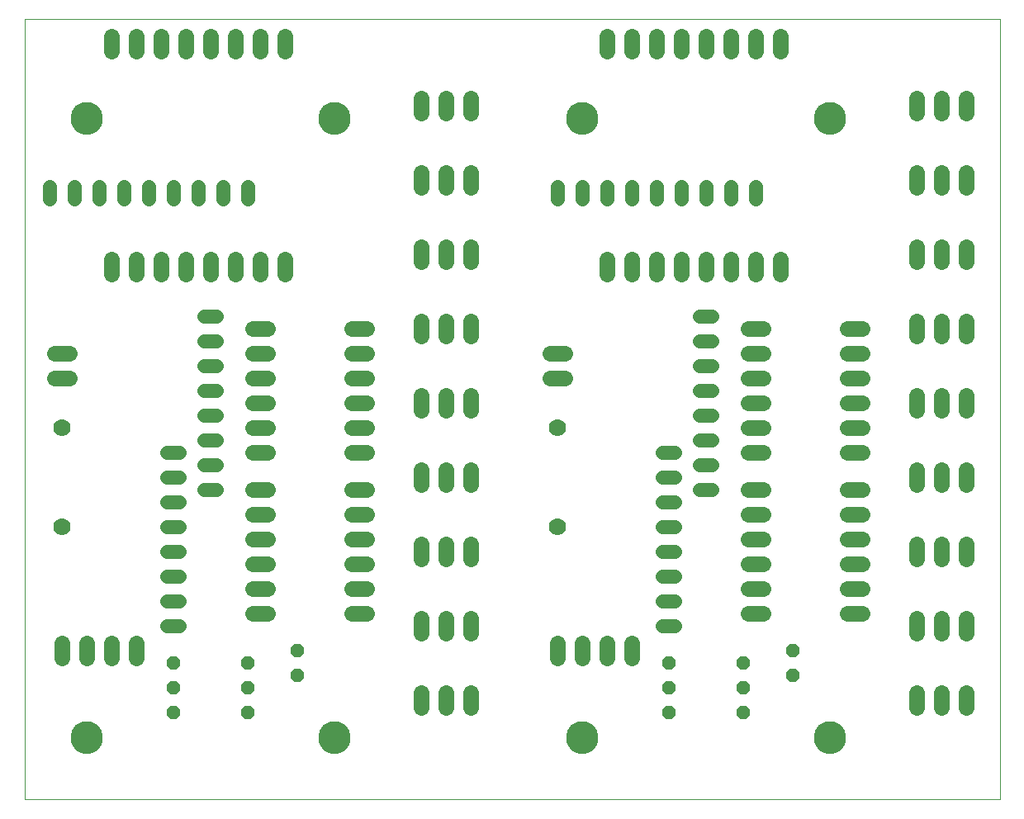
<source format=gts>
G75*
%MOIN*%
%OFA0B0*%
%FSLAX25Y25*%
%IPPOS*%
%LPD*%
%AMOC8*
5,1,8,0,0,1.08239X$1,22.5*
%
%ADD10C,0.00000*%
%ADD11C,0.07000*%
%ADD12C,0.06400*%
%ADD13OC8,0.05600*%
%ADD14C,0.05600*%
%ADD15C,0.12998*%
D10*
X0001000Y0003000D02*
X0001000Y0317961D01*
X0394701Y0317961D01*
X0394701Y0003000D01*
X0001000Y0003000D01*
X0019701Y0028000D02*
X0019703Y0028158D01*
X0019709Y0028316D01*
X0019719Y0028474D01*
X0019733Y0028632D01*
X0019751Y0028789D01*
X0019772Y0028946D01*
X0019798Y0029102D01*
X0019828Y0029258D01*
X0019861Y0029413D01*
X0019899Y0029566D01*
X0019940Y0029719D01*
X0019985Y0029871D01*
X0020034Y0030022D01*
X0020087Y0030171D01*
X0020143Y0030319D01*
X0020203Y0030465D01*
X0020267Y0030610D01*
X0020335Y0030753D01*
X0020406Y0030895D01*
X0020480Y0031035D01*
X0020558Y0031172D01*
X0020640Y0031308D01*
X0020724Y0031442D01*
X0020813Y0031573D01*
X0020904Y0031702D01*
X0020999Y0031829D01*
X0021096Y0031954D01*
X0021197Y0032076D01*
X0021301Y0032195D01*
X0021408Y0032312D01*
X0021518Y0032426D01*
X0021631Y0032537D01*
X0021746Y0032646D01*
X0021864Y0032751D01*
X0021985Y0032853D01*
X0022108Y0032953D01*
X0022234Y0033049D01*
X0022362Y0033142D01*
X0022492Y0033232D01*
X0022625Y0033318D01*
X0022760Y0033402D01*
X0022896Y0033481D01*
X0023035Y0033558D01*
X0023176Y0033630D01*
X0023318Y0033700D01*
X0023462Y0033765D01*
X0023608Y0033827D01*
X0023755Y0033885D01*
X0023904Y0033940D01*
X0024054Y0033991D01*
X0024205Y0034038D01*
X0024357Y0034081D01*
X0024510Y0034120D01*
X0024665Y0034156D01*
X0024820Y0034187D01*
X0024976Y0034215D01*
X0025132Y0034239D01*
X0025289Y0034259D01*
X0025447Y0034275D01*
X0025604Y0034287D01*
X0025763Y0034295D01*
X0025921Y0034299D01*
X0026079Y0034299D01*
X0026237Y0034295D01*
X0026396Y0034287D01*
X0026553Y0034275D01*
X0026711Y0034259D01*
X0026868Y0034239D01*
X0027024Y0034215D01*
X0027180Y0034187D01*
X0027335Y0034156D01*
X0027490Y0034120D01*
X0027643Y0034081D01*
X0027795Y0034038D01*
X0027946Y0033991D01*
X0028096Y0033940D01*
X0028245Y0033885D01*
X0028392Y0033827D01*
X0028538Y0033765D01*
X0028682Y0033700D01*
X0028824Y0033630D01*
X0028965Y0033558D01*
X0029104Y0033481D01*
X0029240Y0033402D01*
X0029375Y0033318D01*
X0029508Y0033232D01*
X0029638Y0033142D01*
X0029766Y0033049D01*
X0029892Y0032953D01*
X0030015Y0032853D01*
X0030136Y0032751D01*
X0030254Y0032646D01*
X0030369Y0032537D01*
X0030482Y0032426D01*
X0030592Y0032312D01*
X0030699Y0032195D01*
X0030803Y0032076D01*
X0030904Y0031954D01*
X0031001Y0031829D01*
X0031096Y0031702D01*
X0031187Y0031573D01*
X0031276Y0031442D01*
X0031360Y0031308D01*
X0031442Y0031172D01*
X0031520Y0031035D01*
X0031594Y0030895D01*
X0031665Y0030753D01*
X0031733Y0030610D01*
X0031797Y0030465D01*
X0031857Y0030319D01*
X0031913Y0030171D01*
X0031966Y0030022D01*
X0032015Y0029871D01*
X0032060Y0029719D01*
X0032101Y0029566D01*
X0032139Y0029413D01*
X0032172Y0029258D01*
X0032202Y0029102D01*
X0032228Y0028946D01*
X0032249Y0028789D01*
X0032267Y0028632D01*
X0032281Y0028474D01*
X0032291Y0028316D01*
X0032297Y0028158D01*
X0032299Y0028000D01*
X0032297Y0027842D01*
X0032291Y0027684D01*
X0032281Y0027526D01*
X0032267Y0027368D01*
X0032249Y0027211D01*
X0032228Y0027054D01*
X0032202Y0026898D01*
X0032172Y0026742D01*
X0032139Y0026587D01*
X0032101Y0026434D01*
X0032060Y0026281D01*
X0032015Y0026129D01*
X0031966Y0025978D01*
X0031913Y0025829D01*
X0031857Y0025681D01*
X0031797Y0025535D01*
X0031733Y0025390D01*
X0031665Y0025247D01*
X0031594Y0025105D01*
X0031520Y0024965D01*
X0031442Y0024828D01*
X0031360Y0024692D01*
X0031276Y0024558D01*
X0031187Y0024427D01*
X0031096Y0024298D01*
X0031001Y0024171D01*
X0030904Y0024046D01*
X0030803Y0023924D01*
X0030699Y0023805D01*
X0030592Y0023688D01*
X0030482Y0023574D01*
X0030369Y0023463D01*
X0030254Y0023354D01*
X0030136Y0023249D01*
X0030015Y0023147D01*
X0029892Y0023047D01*
X0029766Y0022951D01*
X0029638Y0022858D01*
X0029508Y0022768D01*
X0029375Y0022682D01*
X0029240Y0022598D01*
X0029104Y0022519D01*
X0028965Y0022442D01*
X0028824Y0022370D01*
X0028682Y0022300D01*
X0028538Y0022235D01*
X0028392Y0022173D01*
X0028245Y0022115D01*
X0028096Y0022060D01*
X0027946Y0022009D01*
X0027795Y0021962D01*
X0027643Y0021919D01*
X0027490Y0021880D01*
X0027335Y0021844D01*
X0027180Y0021813D01*
X0027024Y0021785D01*
X0026868Y0021761D01*
X0026711Y0021741D01*
X0026553Y0021725D01*
X0026396Y0021713D01*
X0026237Y0021705D01*
X0026079Y0021701D01*
X0025921Y0021701D01*
X0025763Y0021705D01*
X0025604Y0021713D01*
X0025447Y0021725D01*
X0025289Y0021741D01*
X0025132Y0021761D01*
X0024976Y0021785D01*
X0024820Y0021813D01*
X0024665Y0021844D01*
X0024510Y0021880D01*
X0024357Y0021919D01*
X0024205Y0021962D01*
X0024054Y0022009D01*
X0023904Y0022060D01*
X0023755Y0022115D01*
X0023608Y0022173D01*
X0023462Y0022235D01*
X0023318Y0022300D01*
X0023176Y0022370D01*
X0023035Y0022442D01*
X0022896Y0022519D01*
X0022760Y0022598D01*
X0022625Y0022682D01*
X0022492Y0022768D01*
X0022362Y0022858D01*
X0022234Y0022951D01*
X0022108Y0023047D01*
X0021985Y0023147D01*
X0021864Y0023249D01*
X0021746Y0023354D01*
X0021631Y0023463D01*
X0021518Y0023574D01*
X0021408Y0023688D01*
X0021301Y0023805D01*
X0021197Y0023924D01*
X0021096Y0024046D01*
X0020999Y0024171D01*
X0020904Y0024298D01*
X0020813Y0024427D01*
X0020724Y0024558D01*
X0020640Y0024692D01*
X0020558Y0024828D01*
X0020480Y0024965D01*
X0020406Y0025105D01*
X0020335Y0025247D01*
X0020267Y0025390D01*
X0020203Y0025535D01*
X0020143Y0025681D01*
X0020087Y0025829D01*
X0020034Y0025978D01*
X0019985Y0026129D01*
X0019940Y0026281D01*
X0019899Y0026434D01*
X0019861Y0026587D01*
X0019828Y0026742D01*
X0019798Y0026898D01*
X0019772Y0027054D01*
X0019751Y0027211D01*
X0019733Y0027368D01*
X0019719Y0027526D01*
X0019709Y0027684D01*
X0019703Y0027842D01*
X0019701Y0028000D01*
X0119701Y0028000D02*
X0119703Y0028158D01*
X0119709Y0028316D01*
X0119719Y0028474D01*
X0119733Y0028632D01*
X0119751Y0028789D01*
X0119772Y0028946D01*
X0119798Y0029102D01*
X0119828Y0029258D01*
X0119861Y0029413D01*
X0119899Y0029566D01*
X0119940Y0029719D01*
X0119985Y0029871D01*
X0120034Y0030022D01*
X0120087Y0030171D01*
X0120143Y0030319D01*
X0120203Y0030465D01*
X0120267Y0030610D01*
X0120335Y0030753D01*
X0120406Y0030895D01*
X0120480Y0031035D01*
X0120558Y0031172D01*
X0120640Y0031308D01*
X0120724Y0031442D01*
X0120813Y0031573D01*
X0120904Y0031702D01*
X0120999Y0031829D01*
X0121096Y0031954D01*
X0121197Y0032076D01*
X0121301Y0032195D01*
X0121408Y0032312D01*
X0121518Y0032426D01*
X0121631Y0032537D01*
X0121746Y0032646D01*
X0121864Y0032751D01*
X0121985Y0032853D01*
X0122108Y0032953D01*
X0122234Y0033049D01*
X0122362Y0033142D01*
X0122492Y0033232D01*
X0122625Y0033318D01*
X0122760Y0033402D01*
X0122896Y0033481D01*
X0123035Y0033558D01*
X0123176Y0033630D01*
X0123318Y0033700D01*
X0123462Y0033765D01*
X0123608Y0033827D01*
X0123755Y0033885D01*
X0123904Y0033940D01*
X0124054Y0033991D01*
X0124205Y0034038D01*
X0124357Y0034081D01*
X0124510Y0034120D01*
X0124665Y0034156D01*
X0124820Y0034187D01*
X0124976Y0034215D01*
X0125132Y0034239D01*
X0125289Y0034259D01*
X0125447Y0034275D01*
X0125604Y0034287D01*
X0125763Y0034295D01*
X0125921Y0034299D01*
X0126079Y0034299D01*
X0126237Y0034295D01*
X0126396Y0034287D01*
X0126553Y0034275D01*
X0126711Y0034259D01*
X0126868Y0034239D01*
X0127024Y0034215D01*
X0127180Y0034187D01*
X0127335Y0034156D01*
X0127490Y0034120D01*
X0127643Y0034081D01*
X0127795Y0034038D01*
X0127946Y0033991D01*
X0128096Y0033940D01*
X0128245Y0033885D01*
X0128392Y0033827D01*
X0128538Y0033765D01*
X0128682Y0033700D01*
X0128824Y0033630D01*
X0128965Y0033558D01*
X0129104Y0033481D01*
X0129240Y0033402D01*
X0129375Y0033318D01*
X0129508Y0033232D01*
X0129638Y0033142D01*
X0129766Y0033049D01*
X0129892Y0032953D01*
X0130015Y0032853D01*
X0130136Y0032751D01*
X0130254Y0032646D01*
X0130369Y0032537D01*
X0130482Y0032426D01*
X0130592Y0032312D01*
X0130699Y0032195D01*
X0130803Y0032076D01*
X0130904Y0031954D01*
X0131001Y0031829D01*
X0131096Y0031702D01*
X0131187Y0031573D01*
X0131276Y0031442D01*
X0131360Y0031308D01*
X0131442Y0031172D01*
X0131520Y0031035D01*
X0131594Y0030895D01*
X0131665Y0030753D01*
X0131733Y0030610D01*
X0131797Y0030465D01*
X0131857Y0030319D01*
X0131913Y0030171D01*
X0131966Y0030022D01*
X0132015Y0029871D01*
X0132060Y0029719D01*
X0132101Y0029566D01*
X0132139Y0029413D01*
X0132172Y0029258D01*
X0132202Y0029102D01*
X0132228Y0028946D01*
X0132249Y0028789D01*
X0132267Y0028632D01*
X0132281Y0028474D01*
X0132291Y0028316D01*
X0132297Y0028158D01*
X0132299Y0028000D01*
X0132297Y0027842D01*
X0132291Y0027684D01*
X0132281Y0027526D01*
X0132267Y0027368D01*
X0132249Y0027211D01*
X0132228Y0027054D01*
X0132202Y0026898D01*
X0132172Y0026742D01*
X0132139Y0026587D01*
X0132101Y0026434D01*
X0132060Y0026281D01*
X0132015Y0026129D01*
X0131966Y0025978D01*
X0131913Y0025829D01*
X0131857Y0025681D01*
X0131797Y0025535D01*
X0131733Y0025390D01*
X0131665Y0025247D01*
X0131594Y0025105D01*
X0131520Y0024965D01*
X0131442Y0024828D01*
X0131360Y0024692D01*
X0131276Y0024558D01*
X0131187Y0024427D01*
X0131096Y0024298D01*
X0131001Y0024171D01*
X0130904Y0024046D01*
X0130803Y0023924D01*
X0130699Y0023805D01*
X0130592Y0023688D01*
X0130482Y0023574D01*
X0130369Y0023463D01*
X0130254Y0023354D01*
X0130136Y0023249D01*
X0130015Y0023147D01*
X0129892Y0023047D01*
X0129766Y0022951D01*
X0129638Y0022858D01*
X0129508Y0022768D01*
X0129375Y0022682D01*
X0129240Y0022598D01*
X0129104Y0022519D01*
X0128965Y0022442D01*
X0128824Y0022370D01*
X0128682Y0022300D01*
X0128538Y0022235D01*
X0128392Y0022173D01*
X0128245Y0022115D01*
X0128096Y0022060D01*
X0127946Y0022009D01*
X0127795Y0021962D01*
X0127643Y0021919D01*
X0127490Y0021880D01*
X0127335Y0021844D01*
X0127180Y0021813D01*
X0127024Y0021785D01*
X0126868Y0021761D01*
X0126711Y0021741D01*
X0126553Y0021725D01*
X0126396Y0021713D01*
X0126237Y0021705D01*
X0126079Y0021701D01*
X0125921Y0021701D01*
X0125763Y0021705D01*
X0125604Y0021713D01*
X0125447Y0021725D01*
X0125289Y0021741D01*
X0125132Y0021761D01*
X0124976Y0021785D01*
X0124820Y0021813D01*
X0124665Y0021844D01*
X0124510Y0021880D01*
X0124357Y0021919D01*
X0124205Y0021962D01*
X0124054Y0022009D01*
X0123904Y0022060D01*
X0123755Y0022115D01*
X0123608Y0022173D01*
X0123462Y0022235D01*
X0123318Y0022300D01*
X0123176Y0022370D01*
X0123035Y0022442D01*
X0122896Y0022519D01*
X0122760Y0022598D01*
X0122625Y0022682D01*
X0122492Y0022768D01*
X0122362Y0022858D01*
X0122234Y0022951D01*
X0122108Y0023047D01*
X0121985Y0023147D01*
X0121864Y0023249D01*
X0121746Y0023354D01*
X0121631Y0023463D01*
X0121518Y0023574D01*
X0121408Y0023688D01*
X0121301Y0023805D01*
X0121197Y0023924D01*
X0121096Y0024046D01*
X0120999Y0024171D01*
X0120904Y0024298D01*
X0120813Y0024427D01*
X0120724Y0024558D01*
X0120640Y0024692D01*
X0120558Y0024828D01*
X0120480Y0024965D01*
X0120406Y0025105D01*
X0120335Y0025247D01*
X0120267Y0025390D01*
X0120203Y0025535D01*
X0120143Y0025681D01*
X0120087Y0025829D01*
X0120034Y0025978D01*
X0119985Y0026129D01*
X0119940Y0026281D01*
X0119899Y0026434D01*
X0119861Y0026587D01*
X0119828Y0026742D01*
X0119798Y0026898D01*
X0119772Y0027054D01*
X0119751Y0027211D01*
X0119733Y0027368D01*
X0119719Y0027526D01*
X0119709Y0027684D01*
X0119703Y0027842D01*
X0119701Y0028000D01*
X0219701Y0028000D02*
X0219703Y0028158D01*
X0219709Y0028316D01*
X0219719Y0028474D01*
X0219733Y0028632D01*
X0219751Y0028789D01*
X0219772Y0028946D01*
X0219798Y0029102D01*
X0219828Y0029258D01*
X0219861Y0029413D01*
X0219899Y0029566D01*
X0219940Y0029719D01*
X0219985Y0029871D01*
X0220034Y0030022D01*
X0220087Y0030171D01*
X0220143Y0030319D01*
X0220203Y0030465D01*
X0220267Y0030610D01*
X0220335Y0030753D01*
X0220406Y0030895D01*
X0220480Y0031035D01*
X0220558Y0031172D01*
X0220640Y0031308D01*
X0220724Y0031442D01*
X0220813Y0031573D01*
X0220904Y0031702D01*
X0220999Y0031829D01*
X0221096Y0031954D01*
X0221197Y0032076D01*
X0221301Y0032195D01*
X0221408Y0032312D01*
X0221518Y0032426D01*
X0221631Y0032537D01*
X0221746Y0032646D01*
X0221864Y0032751D01*
X0221985Y0032853D01*
X0222108Y0032953D01*
X0222234Y0033049D01*
X0222362Y0033142D01*
X0222492Y0033232D01*
X0222625Y0033318D01*
X0222760Y0033402D01*
X0222896Y0033481D01*
X0223035Y0033558D01*
X0223176Y0033630D01*
X0223318Y0033700D01*
X0223462Y0033765D01*
X0223608Y0033827D01*
X0223755Y0033885D01*
X0223904Y0033940D01*
X0224054Y0033991D01*
X0224205Y0034038D01*
X0224357Y0034081D01*
X0224510Y0034120D01*
X0224665Y0034156D01*
X0224820Y0034187D01*
X0224976Y0034215D01*
X0225132Y0034239D01*
X0225289Y0034259D01*
X0225447Y0034275D01*
X0225604Y0034287D01*
X0225763Y0034295D01*
X0225921Y0034299D01*
X0226079Y0034299D01*
X0226237Y0034295D01*
X0226396Y0034287D01*
X0226553Y0034275D01*
X0226711Y0034259D01*
X0226868Y0034239D01*
X0227024Y0034215D01*
X0227180Y0034187D01*
X0227335Y0034156D01*
X0227490Y0034120D01*
X0227643Y0034081D01*
X0227795Y0034038D01*
X0227946Y0033991D01*
X0228096Y0033940D01*
X0228245Y0033885D01*
X0228392Y0033827D01*
X0228538Y0033765D01*
X0228682Y0033700D01*
X0228824Y0033630D01*
X0228965Y0033558D01*
X0229104Y0033481D01*
X0229240Y0033402D01*
X0229375Y0033318D01*
X0229508Y0033232D01*
X0229638Y0033142D01*
X0229766Y0033049D01*
X0229892Y0032953D01*
X0230015Y0032853D01*
X0230136Y0032751D01*
X0230254Y0032646D01*
X0230369Y0032537D01*
X0230482Y0032426D01*
X0230592Y0032312D01*
X0230699Y0032195D01*
X0230803Y0032076D01*
X0230904Y0031954D01*
X0231001Y0031829D01*
X0231096Y0031702D01*
X0231187Y0031573D01*
X0231276Y0031442D01*
X0231360Y0031308D01*
X0231442Y0031172D01*
X0231520Y0031035D01*
X0231594Y0030895D01*
X0231665Y0030753D01*
X0231733Y0030610D01*
X0231797Y0030465D01*
X0231857Y0030319D01*
X0231913Y0030171D01*
X0231966Y0030022D01*
X0232015Y0029871D01*
X0232060Y0029719D01*
X0232101Y0029566D01*
X0232139Y0029413D01*
X0232172Y0029258D01*
X0232202Y0029102D01*
X0232228Y0028946D01*
X0232249Y0028789D01*
X0232267Y0028632D01*
X0232281Y0028474D01*
X0232291Y0028316D01*
X0232297Y0028158D01*
X0232299Y0028000D01*
X0232297Y0027842D01*
X0232291Y0027684D01*
X0232281Y0027526D01*
X0232267Y0027368D01*
X0232249Y0027211D01*
X0232228Y0027054D01*
X0232202Y0026898D01*
X0232172Y0026742D01*
X0232139Y0026587D01*
X0232101Y0026434D01*
X0232060Y0026281D01*
X0232015Y0026129D01*
X0231966Y0025978D01*
X0231913Y0025829D01*
X0231857Y0025681D01*
X0231797Y0025535D01*
X0231733Y0025390D01*
X0231665Y0025247D01*
X0231594Y0025105D01*
X0231520Y0024965D01*
X0231442Y0024828D01*
X0231360Y0024692D01*
X0231276Y0024558D01*
X0231187Y0024427D01*
X0231096Y0024298D01*
X0231001Y0024171D01*
X0230904Y0024046D01*
X0230803Y0023924D01*
X0230699Y0023805D01*
X0230592Y0023688D01*
X0230482Y0023574D01*
X0230369Y0023463D01*
X0230254Y0023354D01*
X0230136Y0023249D01*
X0230015Y0023147D01*
X0229892Y0023047D01*
X0229766Y0022951D01*
X0229638Y0022858D01*
X0229508Y0022768D01*
X0229375Y0022682D01*
X0229240Y0022598D01*
X0229104Y0022519D01*
X0228965Y0022442D01*
X0228824Y0022370D01*
X0228682Y0022300D01*
X0228538Y0022235D01*
X0228392Y0022173D01*
X0228245Y0022115D01*
X0228096Y0022060D01*
X0227946Y0022009D01*
X0227795Y0021962D01*
X0227643Y0021919D01*
X0227490Y0021880D01*
X0227335Y0021844D01*
X0227180Y0021813D01*
X0227024Y0021785D01*
X0226868Y0021761D01*
X0226711Y0021741D01*
X0226553Y0021725D01*
X0226396Y0021713D01*
X0226237Y0021705D01*
X0226079Y0021701D01*
X0225921Y0021701D01*
X0225763Y0021705D01*
X0225604Y0021713D01*
X0225447Y0021725D01*
X0225289Y0021741D01*
X0225132Y0021761D01*
X0224976Y0021785D01*
X0224820Y0021813D01*
X0224665Y0021844D01*
X0224510Y0021880D01*
X0224357Y0021919D01*
X0224205Y0021962D01*
X0224054Y0022009D01*
X0223904Y0022060D01*
X0223755Y0022115D01*
X0223608Y0022173D01*
X0223462Y0022235D01*
X0223318Y0022300D01*
X0223176Y0022370D01*
X0223035Y0022442D01*
X0222896Y0022519D01*
X0222760Y0022598D01*
X0222625Y0022682D01*
X0222492Y0022768D01*
X0222362Y0022858D01*
X0222234Y0022951D01*
X0222108Y0023047D01*
X0221985Y0023147D01*
X0221864Y0023249D01*
X0221746Y0023354D01*
X0221631Y0023463D01*
X0221518Y0023574D01*
X0221408Y0023688D01*
X0221301Y0023805D01*
X0221197Y0023924D01*
X0221096Y0024046D01*
X0220999Y0024171D01*
X0220904Y0024298D01*
X0220813Y0024427D01*
X0220724Y0024558D01*
X0220640Y0024692D01*
X0220558Y0024828D01*
X0220480Y0024965D01*
X0220406Y0025105D01*
X0220335Y0025247D01*
X0220267Y0025390D01*
X0220203Y0025535D01*
X0220143Y0025681D01*
X0220087Y0025829D01*
X0220034Y0025978D01*
X0219985Y0026129D01*
X0219940Y0026281D01*
X0219899Y0026434D01*
X0219861Y0026587D01*
X0219828Y0026742D01*
X0219798Y0026898D01*
X0219772Y0027054D01*
X0219751Y0027211D01*
X0219733Y0027368D01*
X0219719Y0027526D01*
X0219709Y0027684D01*
X0219703Y0027842D01*
X0219701Y0028000D01*
X0319701Y0028000D02*
X0319703Y0028158D01*
X0319709Y0028316D01*
X0319719Y0028474D01*
X0319733Y0028632D01*
X0319751Y0028789D01*
X0319772Y0028946D01*
X0319798Y0029102D01*
X0319828Y0029258D01*
X0319861Y0029413D01*
X0319899Y0029566D01*
X0319940Y0029719D01*
X0319985Y0029871D01*
X0320034Y0030022D01*
X0320087Y0030171D01*
X0320143Y0030319D01*
X0320203Y0030465D01*
X0320267Y0030610D01*
X0320335Y0030753D01*
X0320406Y0030895D01*
X0320480Y0031035D01*
X0320558Y0031172D01*
X0320640Y0031308D01*
X0320724Y0031442D01*
X0320813Y0031573D01*
X0320904Y0031702D01*
X0320999Y0031829D01*
X0321096Y0031954D01*
X0321197Y0032076D01*
X0321301Y0032195D01*
X0321408Y0032312D01*
X0321518Y0032426D01*
X0321631Y0032537D01*
X0321746Y0032646D01*
X0321864Y0032751D01*
X0321985Y0032853D01*
X0322108Y0032953D01*
X0322234Y0033049D01*
X0322362Y0033142D01*
X0322492Y0033232D01*
X0322625Y0033318D01*
X0322760Y0033402D01*
X0322896Y0033481D01*
X0323035Y0033558D01*
X0323176Y0033630D01*
X0323318Y0033700D01*
X0323462Y0033765D01*
X0323608Y0033827D01*
X0323755Y0033885D01*
X0323904Y0033940D01*
X0324054Y0033991D01*
X0324205Y0034038D01*
X0324357Y0034081D01*
X0324510Y0034120D01*
X0324665Y0034156D01*
X0324820Y0034187D01*
X0324976Y0034215D01*
X0325132Y0034239D01*
X0325289Y0034259D01*
X0325447Y0034275D01*
X0325604Y0034287D01*
X0325763Y0034295D01*
X0325921Y0034299D01*
X0326079Y0034299D01*
X0326237Y0034295D01*
X0326396Y0034287D01*
X0326553Y0034275D01*
X0326711Y0034259D01*
X0326868Y0034239D01*
X0327024Y0034215D01*
X0327180Y0034187D01*
X0327335Y0034156D01*
X0327490Y0034120D01*
X0327643Y0034081D01*
X0327795Y0034038D01*
X0327946Y0033991D01*
X0328096Y0033940D01*
X0328245Y0033885D01*
X0328392Y0033827D01*
X0328538Y0033765D01*
X0328682Y0033700D01*
X0328824Y0033630D01*
X0328965Y0033558D01*
X0329104Y0033481D01*
X0329240Y0033402D01*
X0329375Y0033318D01*
X0329508Y0033232D01*
X0329638Y0033142D01*
X0329766Y0033049D01*
X0329892Y0032953D01*
X0330015Y0032853D01*
X0330136Y0032751D01*
X0330254Y0032646D01*
X0330369Y0032537D01*
X0330482Y0032426D01*
X0330592Y0032312D01*
X0330699Y0032195D01*
X0330803Y0032076D01*
X0330904Y0031954D01*
X0331001Y0031829D01*
X0331096Y0031702D01*
X0331187Y0031573D01*
X0331276Y0031442D01*
X0331360Y0031308D01*
X0331442Y0031172D01*
X0331520Y0031035D01*
X0331594Y0030895D01*
X0331665Y0030753D01*
X0331733Y0030610D01*
X0331797Y0030465D01*
X0331857Y0030319D01*
X0331913Y0030171D01*
X0331966Y0030022D01*
X0332015Y0029871D01*
X0332060Y0029719D01*
X0332101Y0029566D01*
X0332139Y0029413D01*
X0332172Y0029258D01*
X0332202Y0029102D01*
X0332228Y0028946D01*
X0332249Y0028789D01*
X0332267Y0028632D01*
X0332281Y0028474D01*
X0332291Y0028316D01*
X0332297Y0028158D01*
X0332299Y0028000D01*
X0332297Y0027842D01*
X0332291Y0027684D01*
X0332281Y0027526D01*
X0332267Y0027368D01*
X0332249Y0027211D01*
X0332228Y0027054D01*
X0332202Y0026898D01*
X0332172Y0026742D01*
X0332139Y0026587D01*
X0332101Y0026434D01*
X0332060Y0026281D01*
X0332015Y0026129D01*
X0331966Y0025978D01*
X0331913Y0025829D01*
X0331857Y0025681D01*
X0331797Y0025535D01*
X0331733Y0025390D01*
X0331665Y0025247D01*
X0331594Y0025105D01*
X0331520Y0024965D01*
X0331442Y0024828D01*
X0331360Y0024692D01*
X0331276Y0024558D01*
X0331187Y0024427D01*
X0331096Y0024298D01*
X0331001Y0024171D01*
X0330904Y0024046D01*
X0330803Y0023924D01*
X0330699Y0023805D01*
X0330592Y0023688D01*
X0330482Y0023574D01*
X0330369Y0023463D01*
X0330254Y0023354D01*
X0330136Y0023249D01*
X0330015Y0023147D01*
X0329892Y0023047D01*
X0329766Y0022951D01*
X0329638Y0022858D01*
X0329508Y0022768D01*
X0329375Y0022682D01*
X0329240Y0022598D01*
X0329104Y0022519D01*
X0328965Y0022442D01*
X0328824Y0022370D01*
X0328682Y0022300D01*
X0328538Y0022235D01*
X0328392Y0022173D01*
X0328245Y0022115D01*
X0328096Y0022060D01*
X0327946Y0022009D01*
X0327795Y0021962D01*
X0327643Y0021919D01*
X0327490Y0021880D01*
X0327335Y0021844D01*
X0327180Y0021813D01*
X0327024Y0021785D01*
X0326868Y0021761D01*
X0326711Y0021741D01*
X0326553Y0021725D01*
X0326396Y0021713D01*
X0326237Y0021705D01*
X0326079Y0021701D01*
X0325921Y0021701D01*
X0325763Y0021705D01*
X0325604Y0021713D01*
X0325447Y0021725D01*
X0325289Y0021741D01*
X0325132Y0021761D01*
X0324976Y0021785D01*
X0324820Y0021813D01*
X0324665Y0021844D01*
X0324510Y0021880D01*
X0324357Y0021919D01*
X0324205Y0021962D01*
X0324054Y0022009D01*
X0323904Y0022060D01*
X0323755Y0022115D01*
X0323608Y0022173D01*
X0323462Y0022235D01*
X0323318Y0022300D01*
X0323176Y0022370D01*
X0323035Y0022442D01*
X0322896Y0022519D01*
X0322760Y0022598D01*
X0322625Y0022682D01*
X0322492Y0022768D01*
X0322362Y0022858D01*
X0322234Y0022951D01*
X0322108Y0023047D01*
X0321985Y0023147D01*
X0321864Y0023249D01*
X0321746Y0023354D01*
X0321631Y0023463D01*
X0321518Y0023574D01*
X0321408Y0023688D01*
X0321301Y0023805D01*
X0321197Y0023924D01*
X0321096Y0024046D01*
X0320999Y0024171D01*
X0320904Y0024298D01*
X0320813Y0024427D01*
X0320724Y0024558D01*
X0320640Y0024692D01*
X0320558Y0024828D01*
X0320480Y0024965D01*
X0320406Y0025105D01*
X0320335Y0025247D01*
X0320267Y0025390D01*
X0320203Y0025535D01*
X0320143Y0025681D01*
X0320087Y0025829D01*
X0320034Y0025978D01*
X0319985Y0026129D01*
X0319940Y0026281D01*
X0319899Y0026434D01*
X0319861Y0026587D01*
X0319828Y0026742D01*
X0319798Y0026898D01*
X0319772Y0027054D01*
X0319751Y0027211D01*
X0319733Y0027368D01*
X0319719Y0027526D01*
X0319709Y0027684D01*
X0319703Y0027842D01*
X0319701Y0028000D01*
X0319701Y0278000D02*
X0319703Y0278158D01*
X0319709Y0278316D01*
X0319719Y0278474D01*
X0319733Y0278632D01*
X0319751Y0278789D01*
X0319772Y0278946D01*
X0319798Y0279102D01*
X0319828Y0279258D01*
X0319861Y0279413D01*
X0319899Y0279566D01*
X0319940Y0279719D01*
X0319985Y0279871D01*
X0320034Y0280022D01*
X0320087Y0280171D01*
X0320143Y0280319D01*
X0320203Y0280465D01*
X0320267Y0280610D01*
X0320335Y0280753D01*
X0320406Y0280895D01*
X0320480Y0281035D01*
X0320558Y0281172D01*
X0320640Y0281308D01*
X0320724Y0281442D01*
X0320813Y0281573D01*
X0320904Y0281702D01*
X0320999Y0281829D01*
X0321096Y0281954D01*
X0321197Y0282076D01*
X0321301Y0282195D01*
X0321408Y0282312D01*
X0321518Y0282426D01*
X0321631Y0282537D01*
X0321746Y0282646D01*
X0321864Y0282751D01*
X0321985Y0282853D01*
X0322108Y0282953D01*
X0322234Y0283049D01*
X0322362Y0283142D01*
X0322492Y0283232D01*
X0322625Y0283318D01*
X0322760Y0283402D01*
X0322896Y0283481D01*
X0323035Y0283558D01*
X0323176Y0283630D01*
X0323318Y0283700D01*
X0323462Y0283765D01*
X0323608Y0283827D01*
X0323755Y0283885D01*
X0323904Y0283940D01*
X0324054Y0283991D01*
X0324205Y0284038D01*
X0324357Y0284081D01*
X0324510Y0284120D01*
X0324665Y0284156D01*
X0324820Y0284187D01*
X0324976Y0284215D01*
X0325132Y0284239D01*
X0325289Y0284259D01*
X0325447Y0284275D01*
X0325604Y0284287D01*
X0325763Y0284295D01*
X0325921Y0284299D01*
X0326079Y0284299D01*
X0326237Y0284295D01*
X0326396Y0284287D01*
X0326553Y0284275D01*
X0326711Y0284259D01*
X0326868Y0284239D01*
X0327024Y0284215D01*
X0327180Y0284187D01*
X0327335Y0284156D01*
X0327490Y0284120D01*
X0327643Y0284081D01*
X0327795Y0284038D01*
X0327946Y0283991D01*
X0328096Y0283940D01*
X0328245Y0283885D01*
X0328392Y0283827D01*
X0328538Y0283765D01*
X0328682Y0283700D01*
X0328824Y0283630D01*
X0328965Y0283558D01*
X0329104Y0283481D01*
X0329240Y0283402D01*
X0329375Y0283318D01*
X0329508Y0283232D01*
X0329638Y0283142D01*
X0329766Y0283049D01*
X0329892Y0282953D01*
X0330015Y0282853D01*
X0330136Y0282751D01*
X0330254Y0282646D01*
X0330369Y0282537D01*
X0330482Y0282426D01*
X0330592Y0282312D01*
X0330699Y0282195D01*
X0330803Y0282076D01*
X0330904Y0281954D01*
X0331001Y0281829D01*
X0331096Y0281702D01*
X0331187Y0281573D01*
X0331276Y0281442D01*
X0331360Y0281308D01*
X0331442Y0281172D01*
X0331520Y0281035D01*
X0331594Y0280895D01*
X0331665Y0280753D01*
X0331733Y0280610D01*
X0331797Y0280465D01*
X0331857Y0280319D01*
X0331913Y0280171D01*
X0331966Y0280022D01*
X0332015Y0279871D01*
X0332060Y0279719D01*
X0332101Y0279566D01*
X0332139Y0279413D01*
X0332172Y0279258D01*
X0332202Y0279102D01*
X0332228Y0278946D01*
X0332249Y0278789D01*
X0332267Y0278632D01*
X0332281Y0278474D01*
X0332291Y0278316D01*
X0332297Y0278158D01*
X0332299Y0278000D01*
X0332297Y0277842D01*
X0332291Y0277684D01*
X0332281Y0277526D01*
X0332267Y0277368D01*
X0332249Y0277211D01*
X0332228Y0277054D01*
X0332202Y0276898D01*
X0332172Y0276742D01*
X0332139Y0276587D01*
X0332101Y0276434D01*
X0332060Y0276281D01*
X0332015Y0276129D01*
X0331966Y0275978D01*
X0331913Y0275829D01*
X0331857Y0275681D01*
X0331797Y0275535D01*
X0331733Y0275390D01*
X0331665Y0275247D01*
X0331594Y0275105D01*
X0331520Y0274965D01*
X0331442Y0274828D01*
X0331360Y0274692D01*
X0331276Y0274558D01*
X0331187Y0274427D01*
X0331096Y0274298D01*
X0331001Y0274171D01*
X0330904Y0274046D01*
X0330803Y0273924D01*
X0330699Y0273805D01*
X0330592Y0273688D01*
X0330482Y0273574D01*
X0330369Y0273463D01*
X0330254Y0273354D01*
X0330136Y0273249D01*
X0330015Y0273147D01*
X0329892Y0273047D01*
X0329766Y0272951D01*
X0329638Y0272858D01*
X0329508Y0272768D01*
X0329375Y0272682D01*
X0329240Y0272598D01*
X0329104Y0272519D01*
X0328965Y0272442D01*
X0328824Y0272370D01*
X0328682Y0272300D01*
X0328538Y0272235D01*
X0328392Y0272173D01*
X0328245Y0272115D01*
X0328096Y0272060D01*
X0327946Y0272009D01*
X0327795Y0271962D01*
X0327643Y0271919D01*
X0327490Y0271880D01*
X0327335Y0271844D01*
X0327180Y0271813D01*
X0327024Y0271785D01*
X0326868Y0271761D01*
X0326711Y0271741D01*
X0326553Y0271725D01*
X0326396Y0271713D01*
X0326237Y0271705D01*
X0326079Y0271701D01*
X0325921Y0271701D01*
X0325763Y0271705D01*
X0325604Y0271713D01*
X0325447Y0271725D01*
X0325289Y0271741D01*
X0325132Y0271761D01*
X0324976Y0271785D01*
X0324820Y0271813D01*
X0324665Y0271844D01*
X0324510Y0271880D01*
X0324357Y0271919D01*
X0324205Y0271962D01*
X0324054Y0272009D01*
X0323904Y0272060D01*
X0323755Y0272115D01*
X0323608Y0272173D01*
X0323462Y0272235D01*
X0323318Y0272300D01*
X0323176Y0272370D01*
X0323035Y0272442D01*
X0322896Y0272519D01*
X0322760Y0272598D01*
X0322625Y0272682D01*
X0322492Y0272768D01*
X0322362Y0272858D01*
X0322234Y0272951D01*
X0322108Y0273047D01*
X0321985Y0273147D01*
X0321864Y0273249D01*
X0321746Y0273354D01*
X0321631Y0273463D01*
X0321518Y0273574D01*
X0321408Y0273688D01*
X0321301Y0273805D01*
X0321197Y0273924D01*
X0321096Y0274046D01*
X0320999Y0274171D01*
X0320904Y0274298D01*
X0320813Y0274427D01*
X0320724Y0274558D01*
X0320640Y0274692D01*
X0320558Y0274828D01*
X0320480Y0274965D01*
X0320406Y0275105D01*
X0320335Y0275247D01*
X0320267Y0275390D01*
X0320203Y0275535D01*
X0320143Y0275681D01*
X0320087Y0275829D01*
X0320034Y0275978D01*
X0319985Y0276129D01*
X0319940Y0276281D01*
X0319899Y0276434D01*
X0319861Y0276587D01*
X0319828Y0276742D01*
X0319798Y0276898D01*
X0319772Y0277054D01*
X0319751Y0277211D01*
X0319733Y0277368D01*
X0319719Y0277526D01*
X0319709Y0277684D01*
X0319703Y0277842D01*
X0319701Y0278000D01*
X0219701Y0278000D02*
X0219703Y0278158D01*
X0219709Y0278316D01*
X0219719Y0278474D01*
X0219733Y0278632D01*
X0219751Y0278789D01*
X0219772Y0278946D01*
X0219798Y0279102D01*
X0219828Y0279258D01*
X0219861Y0279413D01*
X0219899Y0279566D01*
X0219940Y0279719D01*
X0219985Y0279871D01*
X0220034Y0280022D01*
X0220087Y0280171D01*
X0220143Y0280319D01*
X0220203Y0280465D01*
X0220267Y0280610D01*
X0220335Y0280753D01*
X0220406Y0280895D01*
X0220480Y0281035D01*
X0220558Y0281172D01*
X0220640Y0281308D01*
X0220724Y0281442D01*
X0220813Y0281573D01*
X0220904Y0281702D01*
X0220999Y0281829D01*
X0221096Y0281954D01*
X0221197Y0282076D01*
X0221301Y0282195D01*
X0221408Y0282312D01*
X0221518Y0282426D01*
X0221631Y0282537D01*
X0221746Y0282646D01*
X0221864Y0282751D01*
X0221985Y0282853D01*
X0222108Y0282953D01*
X0222234Y0283049D01*
X0222362Y0283142D01*
X0222492Y0283232D01*
X0222625Y0283318D01*
X0222760Y0283402D01*
X0222896Y0283481D01*
X0223035Y0283558D01*
X0223176Y0283630D01*
X0223318Y0283700D01*
X0223462Y0283765D01*
X0223608Y0283827D01*
X0223755Y0283885D01*
X0223904Y0283940D01*
X0224054Y0283991D01*
X0224205Y0284038D01*
X0224357Y0284081D01*
X0224510Y0284120D01*
X0224665Y0284156D01*
X0224820Y0284187D01*
X0224976Y0284215D01*
X0225132Y0284239D01*
X0225289Y0284259D01*
X0225447Y0284275D01*
X0225604Y0284287D01*
X0225763Y0284295D01*
X0225921Y0284299D01*
X0226079Y0284299D01*
X0226237Y0284295D01*
X0226396Y0284287D01*
X0226553Y0284275D01*
X0226711Y0284259D01*
X0226868Y0284239D01*
X0227024Y0284215D01*
X0227180Y0284187D01*
X0227335Y0284156D01*
X0227490Y0284120D01*
X0227643Y0284081D01*
X0227795Y0284038D01*
X0227946Y0283991D01*
X0228096Y0283940D01*
X0228245Y0283885D01*
X0228392Y0283827D01*
X0228538Y0283765D01*
X0228682Y0283700D01*
X0228824Y0283630D01*
X0228965Y0283558D01*
X0229104Y0283481D01*
X0229240Y0283402D01*
X0229375Y0283318D01*
X0229508Y0283232D01*
X0229638Y0283142D01*
X0229766Y0283049D01*
X0229892Y0282953D01*
X0230015Y0282853D01*
X0230136Y0282751D01*
X0230254Y0282646D01*
X0230369Y0282537D01*
X0230482Y0282426D01*
X0230592Y0282312D01*
X0230699Y0282195D01*
X0230803Y0282076D01*
X0230904Y0281954D01*
X0231001Y0281829D01*
X0231096Y0281702D01*
X0231187Y0281573D01*
X0231276Y0281442D01*
X0231360Y0281308D01*
X0231442Y0281172D01*
X0231520Y0281035D01*
X0231594Y0280895D01*
X0231665Y0280753D01*
X0231733Y0280610D01*
X0231797Y0280465D01*
X0231857Y0280319D01*
X0231913Y0280171D01*
X0231966Y0280022D01*
X0232015Y0279871D01*
X0232060Y0279719D01*
X0232101Y0279566D01*
X0232139Y0279413D01*
X0232172Y0279258D01*
X0232202Y0279102D01*
X0232228Y0278946D01*
X0232249Y0278789D01*
X0232267Y0278632D01*
X0232281Y0278474D01*
X0232291Y0278316D01*
X0232297Y0278158D01*
X0232299Y0278000D01*
X0232297Y0277842D01*
X0232291Y0277684D01*
X0232281Y0277526D01*
X0232267Y0277368D01*
X0232249Y0277211D01*
X0232228Y0277054D01*
X0232202Y0276898D01*
X0232172Y0276742D01*
X0232139Y0276587D01*
X0232101Y0276434D01*
X0232060Y0276281D01*
X0232015Y0276129D01*
X0231966Y0275978D01*
X0231913Y0275829D01*
X0231857Y0275681D01*
X0231797Y0275535D01*
X0231733Y0275390D01*
X0231665Y0275247D01*
X0231594Y0275105D01*
X0231520Y0274965D01*
X0231442Y0274828D01*
X0231360Y0274692D01*
X0231276Y0274558D01*
X0231187Y0274427D01*
X0231096Y0274298D01*
X0231001Y0274171D01*
X0230904Y0274046D01*
X0230803Y0273924D01*
X0230699Y0273805D01*
X0230592Y0273688D01*
X0230482Y0273574D01*
X0230369Y0273463D01*
X0230254Y0273354D01*
X0230136Y0273249D01*
X0230015Y0273147D01*
X0229892Y0273047D01*
X0229766Y0272951D01*
X0229638Y0272858D01*
X0229508Y0272768D01*
X0229375Y0272682D01*
X0229240Y0272598D01*
X0229104Y0272519D01*
X0228965Y0272442D01*
X0228824Y0272370D01*
X0228682Y0272300D01*
X0228538Y0272235D01*
X0228392Y0272173D01*
X0228245Y0272115D01*
X0228096Y0272060D01*
X0227946Y0272009D01*
X0227795Y0271962D01*
X0227643Y0271919D01*
X0227490Y0271880D01*
X0227335Y0271844D01*
X0227180Y0271813D01*
X0227024Y0271785D01*
X0226868Y0271761D01*
X0226711Y0271741D01*
X0226553Y0271725D01*
X0226396Y0271713D01*
X0226237Y0271705D01*
X0226079Y0271701D01*
X0225921Y0271701D01*
X0225763Y0271705D01*
X0225604Y0271713D01*
X0225447Y0271725D01*
X0225289Y0271741D01*
X0225132Y0271761D01*
X0224976Y0271785D01*
X0224820Y0271813D01*
X0224665Y0271844D01*
X0224510Y0271880D01*
X0224357Y0271919D01*
X0224205Y0271962D01*
X0224054Y0272009D01*
X0223904Y0272060D01*
X0223755Y0272115D01*
X0223608Y0272173D01*
X0223462Y0272235D01*
X0223318Y0272300D01*
X0223176Y0272370D01*
X0223035Y0272442D01*
X0222896Y0272519D01*
X0222760Y0272598D01*
X0222625Y0272682D01*
X0222492Y0272768D01*
X0222362Y0272858D01*
X0222234Y0272951D01*
X0222108Y0273047D01*
X0221985Y0273147D01*
X0221864Y0273249D01*
X0221746Y0273354D01*
X0221631Y0273463D01*
X0221518Y0273574D01*
X0221408Y0273688D01*
X0221301Y0273805D01*
X0221197Y0273924D01*
X0221096Y0274046D01*
X0220999Y0274171D01*
X0220904Y0274298D01*
X0220813Y0274427D01*
X0220724Y0274558D01*
X0220640Y0274692D01*
X0220558Y0274828D01*
X0220480Y0274965D01*
X0220406Y0275105D01*
X0220335Y0275247D01*
X0220267Y0275390D01*
X0220203Y0275535D01*
X0220143Y0275681D01*
X0220087Y0275829D01*
X0220034Y0275978D01*
X0219985Y0276129D01*
X0219940Y0276281D01*
X0219899Y0276434D01*
X0219861Y0276587D01*
X0219828Y0276742D01*
X0219798Y0276898D01*
X0219772Y0277054D01*
X0219751Y0277211D01*
X0219733Y0277368D01*
X0219719Y0277526D01*
X0219709Y0277684D01*
X0219703Y0277842D01*
X0219701Y0278000D01*
X0119701Y0278000D02*
X0119703Y0278158D01*
X0119709Y0278316D01*
X0119719Y0278474D01*
X0119733Y0278632D01*
X0119751Y0278789D01*
X0119772Y0278946D01*
X0119798Y0279102D01*
X0119828Y0279258D01*
X0119861Y0279413D01*
X0119899Y0279566D01*
X0119940Y0279719D01*
X0119985Y0279871D01*
X0120034Y0280022D01*
X0120087Y0280171D01*
X0120143Y0280319D01*
X0120203Y0280465D01*
X0120267Y0280610D01*
X0120335Y0280753D01*
X0120406Y0280895D01*
X0120480Y0281035D01*
X0120558Y0281172D01*
X0120640Y0281308D01*
X0120724Y0281442D01*
X0120813Y0281573D01*
X0120904Y0281702D01*
X0120999Y0281829D01*
X0121096Y0281954D01*
X0121197Y0282076D01*
X0121301Y0282195D01*
X0121408Y0282312D01*
X0121518Y0282426D01*
X0121631Y0282537D01*
X0121746Y0282646D01*
X0121864Y0282751D01*
X0121985Y0282853D01*
X0122108Y0282953D01*
X0122234Y0283049D01*
X0122362Y0283142D01*
X0122492Y0283232D01*
X0122625Y0283318D01*
X0122760Y0283402D01*
X0122896Y0283481D01*
X0123035Y0283558D01*
X0123176Y0283630D01*
X0123318Y0283700D01*
X0123462Y0283765D01*
X0123608Y0283827D01*
X0123755Y0283885D01*
X0123904Y0283940D01*
X0124054Y0283991D01*
X0124205Y0284038D01*
X0124357Y0284081D01*
X0124510Y0284120D01*
X0124665Y0284156D01*
X0124820Y0284187D01*
X0124976Y0284215D01*
X0125132Y0284239D01*
X0125289Y0284259D01*
X0125447Y0284275D01*
X0125604Y0284287D01*
X0125763Y0284295D01*
X0125921Y0284299D01*
X0126079Y0284299D01*
X0126237Y0284295D01*
X0126396Y0284287D01*
X0126553Y0284275D01*
X0126711Y0284259D01*
X0126868Y0284239D01*
X0127024Y0284215D01*
X0127180Y0284187D01*
X0127335Y0284156D01*
X0127490Y0284120D01*
X0127643Y0284081D01*
X0127795Y0284038D01*
X0127946Y0283991D01*
X0128096Y0283940D01*
X0128245Y0283885D01*
X0128392Y0283827D01*
X0128538Y0283765D01*
X0128682Y0283700D01*
X0128824Y0283630D01*
X0128965Y0283558D01*
X0129104Y0283481D01*
X0129240Y0283402D01*
X0129375Y0283318D01*
X0129508Y0283232D01*
X0129638Y0283142D01*
X0129766Y0283049D01*
X0129892Y0282953D01*
X0130015Y0282853D01*
X0130136Y0282751D01*
X0130254Y0282646D01*
X0130369Y0282537D01*
X0130482Y0282426D01*
X0130592Y0282312D01*
X0130699Y0282195D01*
X0130803Y0282076D01*
X0130904Y0281954D01*
X0131001Y0281829D01*
X0131096Y0281702D01*
X0131187Y0281573D01*
X0131276Y0281442D01*
X0131360Y0281308D01*
X0131442Y0281172D01*
X0131520Y0281035D01*
X0131594Y0280895D01*
X0131665Y0280753D01*
X0131733Y0280610D01*
X0131797Y0280465D01*
X0131857Y0280319D01*
X0131913Y0280171D01*
X0131966Y0280022D01*
X0132015Y0279871D01*
X0132060Y0279719D01*
X0132101Y0279566D01*
X0132139Y0279413D01*
X0132172Y0279258D01*
X0132202Y0279102D01*
X0132228Y0278946D01*
X0132249Y0278789D01*
X0132267Y0278632D01*
X0132281Y0278474D01*
X0132291Y0278316D01*
X0132297Y0278158D01*
X0132299Y0278000D01*
X0132297Y0277842D01*
X0132291Y0277684D01*
X0132281Y0277526D01*
X0132267Y0277368D01*
X0132249Y0277211D01*
X0132228Y0277054D01*
X0132202Y0276898D01*
X0132172Y0276742D01*
X0132139Y0276587D01*
X0132101Y0276434D01*
X0132060Y0276281D01*
X0132015Y0276129D01*
X0131966Y0275978D01*
X0131913Y0275829D01*
X0131857Y0275681D01*
X0131797Y0275535D01*
X0131733Y0275390D01*
X0131665Y0275247D01*
X0131594Y0275105D01*
X0131520Y0274965D01*
X0131442Y0274828D01*
X0131360Y0274692D01*
X0131276Y0274558D01*
X0131187Y0274427D01*
X0131096Y0274298D01*
X0131001Y0274171D01*
X0130904Y0274046D01*
X0130803Y0273924D01*
X0130699Y0273805D01*
X0130592Y0273688D01*
X0130482Y0273574D01*
X0130369Y0273463D01*
X0130254Y0273354D01*
X0130136Y0273249D01*
X0130015Y0273147D01*
X0129892Y0273047D01*
X0129766Y0272951D01*
X0129638Y0272858D01*
X0129508Y0272768D01*
X0129375Y0272682D01*
X0129240Y0272598D01*
X0129104Y0272519D01*
X0128965Y0272442D01*
X0128824Y0272370D01*
X0128682Y0272300D01*
X0128538Y0272235D01*
X0128392Y0272173D01*
X0128245Y0272115D01*
X0128096Y0272060D01*
X0127946Y0272009D01*
X0127795Y0271962D01*
X0127643Y0271919D01*
X0127490Y0271880D01*
X0127335Y0271844D01*
X0127180Y0271813D01*
X0127024Y0271785D01*
X0126868Y0271761D01*
X0126711Y0271741D01*
X0126553Y0271725D01*
X0126396Y0271713D01*
X0126237Y0271705D01*
X0126079Y0271701D01*
X0125921Y0271701D01*
X0125763Y0271705D01*
X0125604Y0271713D01*
X0125447Y0271725D01*
X0125289Y0271741D01*
X0125132Y0271761D01*
X0124976Y0271785D01*
X0124820Y0271813D01*
X0124665Y0271844D01*
X0124510Y0271880D01*
X0124357Y0271919D01*
X0124205Y0271962D01*
X0124054Y0272009D01*
X0123904Y0272060D01*
X0123755Y0272115D01*
X0123608Y0272173D01*
X0123462Y0272235D01*
X0123318Y0272300D01*
X0123176Y0272370D01*
X0123035Y0272442D01*
X0122896Y0272519D01*
X0122760Y0272598D01*
X0122625Y0272682D01*
X0122492Y0272768D01*
X0122362Y0272858D01*
X0122234Y0272951D01*
X0122108Y0273047D01*
X0121985Y0273147D01*
X0121864Y0273249D01*
X0121746Y0273354D01*
X0121631Y0273463D01*
X0121518Y0273574D01*
X0121408Y0273688D01*
X0121301Y0273805D01*
X0121197Y0273924D01*
X0121096Y0274046D01*
X0120999Y0274171D01*
X0120904Y0274298D01*
X0120813Y0274427D01*
X0120724Y0274558D01*
X0120640Y0274692D01*
X0120558Y0274828D01*
X0120480Y0274965D01*
X0120406Y0275105D01*
X0120335Y0275247D01*
X0120267Y0275390D01*
X0120203Y0275535D01*
X0120143Y0275681D01*
X0120087Y0275829D01*
X0120034Y0275978D01*
X0119985Y0276129D01*
X0119940Y0276281D01*
X0119899Y0276434D01*
X0119861Y0276587D01*
X0119828Y0276742D01*
X0119798Y0276898D01*
X0119772Y0277054D01*
X0119751Y0277211D01*
X0119733Y0277368D01*
X0119719Y0277526D01*
X0119709Y0277684D01*
X0119703Y0277842D01*
X0119701Y0278000D01*
X0019701Y0278000D02*
X0019703Y0278158D01*
X0019709Y0278316D01*
X0019719Y0278474D01*
X0019733Y0278632D01*
X0019751Y0278789D01*
X0019772Y0278946D01*
X0019798Y0279102D01*
X0019828Y0279258D01*
X0019861Y0279413D01*
X0019899Y0279566D01*
X0019940Y0279719D01*
X0019985Y0279871D01*
X0020034Y0280022D01*
X0020087Y0280171D01*
X0020143Y0280319D01*
X0020203Y0280465D01*
X0020267Y0280610D01*
X0020335Y0280753D01*
X0020406Y0280895D01*
X0020480Y0281035D01*
X0020558Y0281172D01*
X0020640Y0281308D01*
X0020724Y0281442D01*
X0020813Y0281573D01*
X0020904Y0281702D01*
X0020999Y0281829D01*
X0021096Y0281954D01*
X0021197Y0282076D01*
X0021301Y0282195D01*
X0021408Y0282312D01*
X0021518Y0282426D01*
X0021631Y0282537D01*
X0021746Y0282646D01*
X0021864Y0282751D01*
X0021985Y0282853D01*
X0022108Y0282953D01*
X0022234Y0283049D01*
X0022362Y0283142D01*
X0022492Y0283232D01*
X0022625Y0283318D01*
X0022760Y0283402D01*
X0022896Y0283481D01*
X0023035Y0283558D01*
X0023176Y0283630D01*
X0023318Y0283700D01*
X0023462Y0283765D01*
X0023608Y0283827D01*
X0023755Y0283885D01*
X0023904Y0283940D01*
X0024054Y0283991D01*
X0024205Y0284038D01*
X0024357Y0284081D01*
X0024510Y0284120D01*
X0024665Y0284156D01*
X0024820Y0284187D01*
X0024976Y0284215D01*
X0025132Y0284239D01*
X0025289Y0284259D01*
X0025447Y0284275D01*
X0025604Y0284287D01*
X0025763Y0284295D01*
X0025921Y0284299D01*
X0026079Y0284299D01*
X0026237Y0284295D01*
X0026396Y0284287D01*
X0026553Y0284275D01*
X0026711Y0284259D01*
X0026868Y0284239D01*
X0027024Y0284215D01*
X0027180Y0284187D01*
X0027335Y0284156D01*
X0027490Y0284120D01*
X0027643Y0284081D01*
X0027795Y0284038D01*
X0027946Y0283991D01*
X0028096Y0283940D01*
X0028245Y0283885D01*
X0028392Y0283827D01*
X0028538Y0283765D01*
X0028682Y0283700D01*
X0028824Y0283630D01*
X0028965Y0283558D01*
X0029104Y0283481D01*
X0029240Y0283402D01*
X0029375Y0283318D01*
X0029508Y0283232D01*
X0029638Y0283142D01*
X0029766Y0283049D01*
X0029892Y0282953D01*
X0030015Y0282853D01*
X0030136Y0282751D01*
X0030254Y0282646D01*
X0030369Y0282537D01*
X0030482Y0282426D01*
X0030592Y0282312D01*
X0030699Y0282195D01*
X0030803Y0282076D01*
X0030904Y0281954D01*
X0031001Y0281829D01*
X0031096Y0281702D01*
X0031187Y0281573D01*
X0031276Y0281442D01*
X0031360Y0281308D01*
X0031442Y0281172D01*
X0031520Y0281035D01*
X0031594Y0280895D01*
X0031665Y0280753D01*
X0031733Y0280610D01*
X0031797Y0280465D01*
X0031857Y0280319D01*
X0031913Y0280171D01*
X0031966Y0280022D01*
X0032015Y0279871D01*
X0032060Y0279719D01*
X0032101Y0279566D01*
X0032139Y0279413D01*
X0032172Y0279258D01*
X0032202Y0279102D01*
X0032228Y0278946D01*
X0032249Y0278789D01*
X0032267Y0278632D01*
X0032281Y0278474D01*
X0032291Y0278316D01*
X0032297Y0278158D01*
X0032299Y0278000D01*
X0032297Y0277842D01*
X0032291Y0277684D01*
X0032281Y0277526D01*
X0032267Y0277368D01*
X0032249Y0277211D01*
X0032228Y0277054D01*
X0032202Y0276898D01*
X0032172Y0276742D01*
X0032139Y0276587D01*
X0032101Y0276434D01*
X0032060Y0276281D01*
X0032015Y0276129D01*
X0031966Y0275978D01*
X0031913Y0275829D01*
X0031857Y0275681D01*
X0031797Y0275535D01*
X0031733Y0275390D01*
X0031665Y0275247D01*
X0031594Y0275105D01*
X0031520Y0274965D01*
X0031442Y0274828D01*
X0031360Y0274692D01*
X0031276Y0274558D01*
X0031187Y0274427D01*
X0031096Y0274298D01*
X0031001Y0274171D01*
X0030904Y0274046D01*
X0030803Y0273924D01*
X0030699Y0273805D01*
X0030592Y0273688D01*
X0030482Y0273574D01*
X0030369Y0273463D01*
X0030254Y0273354D01*
X0030136Y0273249D01*
X0030015Y0273147D01*
X0029892Y0273047D01*
X0029766Y0272951D01*
X0029638Y0272858D01*
X0029508Y0272768D01*
X0029375Y0272682D01*
X0029240Y0272598D01*
X0029104Y0272519D01*
X0028965Y0272442D01*
X0028824Y0272370D01*
X0028682Y0272300D01*
X0028538Y0272235D01*
X0028392Y0272173D01*
X0028245Y0272115D01*
X0028096Y0272060D01*
X0027946Y0272009D01*
X0027795Y0271962D01*
X0027643Y0271919D01*
X0027490Y0271880D01*
X0027335Y0271844D01*
X0027180Y0271813D01*
X0027024Y0271785D01*
X0026868Y0271761D01*
X0026711Y0271741D01*
X0026553Y0271725D01*
X0026396Y0271713D01*
X0026237Y0271705D01*
X0026079Y0271701D01*
X0025921Y0271701D01*
X0025763Y0271705D01*
X0025604Y0271713D01*
X0025447Y0271725D01*
X0025289Y0271741D01*
X0025132Y0271761D01*
X0024976Y0271785D01*
X0024820Y0271813D01*
X0024665Y0271844D01*
X0024510Y0271880D01*
X0024357Y0271919D01*
X0024205Y0271962D01*
X0024054Y0272009D01*
X0023904Y0272060D01*
X0023755Y0272115D01*
X0023608Y0272173D01*
X0023462Y0272235D01*
X0023318Y0272300D01*
X0023176Y0272370D01*
X0023035Y0272442D01*
X0022896Y0272519D01*
X0022760Y0272598D01*
X0022625Y0272682D01*
X0022492Y0272768D01*
X0022362Y0272858D01*
X0022234Y0272951D01*
X0022108Y0273047D01*
X0021985Y0273147D01*
X0021864Y0273249D01*
X0021746Y0273354D01*
X0021631Y0273463D01*
X0021518Y0273574D01*
X0021408Y0273688D01*
X0021301Y0273805D01*
X0021197Y0273924D01*
X0021096Y0274046D01*
X0020999Y0274171D01*
X0020904Y0274298D01*
X0020813Y0274427D01*
X0020724Y0274558D01*
X0020640Y0274692D01*
X0020558Y0274828D01*
X0020480Y0274965D01*
X0020406Y0275105D01*
X0020335Y0275247D01*
X0020267Y0275390D01*
X0020203Y0275535D01*
X0020143Y0275681D01*
X0020087Y0275829D01*
X0020034Y0275978D01*
X0019985Y0276129D01*
X0019940Y0276281D01*
X0019899Y0276434D01*
X0019861Y0276587D01*
X0019828Y0276742D01*
X0019798Y0276898D01*
X0019772Y0277054D01*
X0019751Y0277211D01*
X0019733Y0277368D01*
X0019719Y0277526D01*
X0019709Y0277684D01*
X0019703Y0277842D01*
X0019701Y0278000D01*
D11*
X0016000Y0153000D03*
X0016000Y0113000D03*
X0216000Y0113000D03*
X0216000Y0153000D03*
D12*
X0219000Y0173000D02*
X0213000Y0173000D01*
X0213000Y0183000D02*
X0219000Y0183000D01*
X0236000Y0215000D02*
X0236000Y0221000D01*
X0246000Y0221000D02*
X0246000Y0215000D01*
X0256000Y0215000D02*
X0256000Y0221000D01*
X0266000Y0221000D02*
X0266000Y0215000D01*
X0276000Y0215000D02*
X0276000Y0221000D01*
X0286000Y0221000D02*
X0286000Y0215000D01*
X0296000Y0215000D02*
X0296000Y0221000D01*
X0306000Y0221000D02*
X0306000Y0215000D01*
X0299000Y0193000D02*
X0293000Y0193000D01*
X0293000Y0183000D02*
X0299000Y0183000D01*
X0299000Y0173000D02*
X0293000Y0173000D01*
X0293000Y0163000D02*
X0299000Y0163000D01*
X0299000Y0153000D02*
X0293000Y0153000D01*
X0293000Y0143000D02*
X0299000Y0143000D01*
X0299000Y0128000D02*
X0293000Y0128000D01*
X0293000Y0118000D02*
X0299000Y0118000D01*
X0299000Y0108000D02*
X0293000Y0108000D01*
X0293000Y0098000D02*
X0299000Y0098000D01*
X0299000Y0088000D02*
X0293000Y0088000D01*
X0293000Y0078000D02*
X0299000Y0078000D01*
X0333000Y0078000D02*
X0339000Y0078000D01*
X0339000Y0088000D02*
X0333000Y0088000D01*
X0333000Y0098000D02*
X0339000Y0098000D01*
X0339000Y0108000D02*
X0333000Y0108000D01*
X0333000Y0118000D02*
X0339000Y0118000D01*
X0339000Y0128000D02*
X0333000Y0128000D01*
X0333000Y0143000D02*
X0339000Y0143000D01*
X0339000Y0153000D02*
X0333000Y0153000D01*
X0333000Y0163000D02*
X0339000Y0163000D01*
X0339000Y0173000D02*
X0333000Y0173000D01*
X0333000Y0183000D02*
X0339000Y0183000D01*
X0339000Y0193000D02*
X0333000Y0193000D01*
X0361000Y0196000D02*
X0361000Y0190000D01*
X0371000Y0190000D02*
X0371000Y0196000D01*
X0381000Y0196000D02*
X0381000Y0190000D01*
X0381000Y0166000D02*
X0381000Y0160000D01*
X0371000Y0160000D02*
X0371000Y0166000D01*
X0361000Y0166000D02*
X0361000Y0160000D01*
X0361000Y0136000D02*
X0361000Y0130000D01*
X0371000Y0130000D02*
X0371000Y0136000D01*
X0381000Y0136000D02*
X0381000Y0130000D01*
X0381000Y0106000D02*
X0381000Y0100000D01*
X0371000Y0100000D02*
X0371000Y0106000D01*
X0361000Y0106000D02*
X0361000Y0100000D01*
X0361000Y0076000D02*
X0361000Y0070000D01*
X0371000Y0070000D02*
X0371000Y0076000D01*
X0381000Y0076000D02*
X0381000Y0070000D01*
X0381000Y0046000D02*
X0381000Y0040000D01*
X0371000Y0040000D02*
X0371000Y0046000D01*
X0361000Y0046000D02*
X0361000Y0040000D01*
X0246000Y0060000D02*
X0246000Y0066000D01*
X0236000Y0066000D02*
X0236000Y0060000D01*
X0226000Y0060000D02*
X0226000Y0066000D01*
X0216000Y0066000D02*
X0216000Y0060000D01*
X0181000Y0070000D02*
X0181000Y0076000D01*
X0171000Y0076000D02*
X0171000Y0070000D01*
X0161000Y0070000D02*
X0161000Y0076000D01*
X0139000Y0078000D02*
X0133000Y0078000D01*
X0133000Y0088000D02*
X0139000Y0088000D01*
X0139000Y0098000D02*
X0133000Y0098000D01*
X0133000Y0108000D02*
X0139000Y0108000D01*
X0139000Y0118000D02*
X0133000Y0118000D01*
X0133000Y0128000D02*
X0139000Y0128000D01*
X0139000Y0143000D02*
X0133000Y0143000D01*
X0133000Y0153000D02*
X0139000Y0153000D01*
X0139000Y0163000D02*
X0133000Y0163000D01*
X0133000Y0173000D02*
X0139000Y0173000D01*
X0139000Y0183000D02*
X0133000Y0183000D01*
X0133000Y0193000D02*
X0139000Y0193000D01*
X0161000Y0196000D02*
X0161000Y0190000D01*
X0171000Y0190000D02*
X0171000Y0196000D01*
X0181000Y0196000D02*
X0181000Y0190000D01*
X0181000Y0166000D02*
X0181000Y0160000D01*
X0171000Y0160000D02*
X0171000Y0166000D01*
X0161000Y0166000D02*
X0161000Y0160000D01*
X0161000Y0136000D02*
X0161000Y0130000D01*
X0171000Y0130000D02*
X0171000Y0136000D01*
X0181000Y0136000D02*
X0181000Y0130000D01*
X0181000Y0106000D02*
X0181000Y0100000D01*
X0171000Y0100000D02*
X0171000Y0106000D01*
X0161000Y0106000D02*
X0161000Y0100000D01*
X0099000Y0098000D02*
X0093000Y0098000D01*
X0093000Y0088000D02*
X0099000Y0088000D01*
X0099000Y0078000D02*
X0093000Y0078000D01*
X0093000Y0108000D02*
X0099000Y0108000D01*
X0099000Y0118000D02*
X0093000Y0118000D01*
X0093000Y0128000D02*
X0099000Y0128000D01*
X0099000Y0143000D02*
X0093000Y0143000D01*
X0093000Y0153000D02*
X0099000Y0153000D01*
X0099000Y0163000D02*
X0093000Y0163000D01*
X0093000Y0173000D02*
X0099000Y0173000D01*
X0099000Y0183000D02*
X0093000Y0183000D01*
X0093000Y0193000D02*
X0099000Y0193000D01*
X0096000Y0215000D02*
X0096000Y0221000D01*
X0106000Y0221000D02*
X0106000Y0215000D01*
X0086000Y0215000D02*
X0086000Y0221000D01*
X0076000Y0221000D02*
X0076000Y0215000D01*
X0066000Y0215000D02*
X0066000Y0221000D01*
X0056000Y0221000D02*
X0056000Y0215000D01*
X0046000Y0215000D02*
X0046000Y0221000D01*
X0036000Y0221000D02*
X0036000Y0215000D01*
X0019000Y0183000D02*
X0013000Y0183000D01*
X0013000Y0173000D02*
X0019000Y0173000D01*
X0016000Y0066000D02*
X0016000Y0060000D01*
X0026000Y0060000D02*
X0026000Y0066000D01*
X0036000Y0066000D02*
X0036000Y0060000D01*
X0046000Y0060000D02*
X0046000Y0066000D01*
X0161000Y0046000D02*
X0161000Y0040000D01*
X0171000Y0040000D02*
X0171000Y0046000D01*
X0181000Y0046000D02*
X0181000Y0040000D01*
X0181000Y0220000D02*
X0181000Y0226000D01*
X0171000Y0226000D02*
X0171000Y0220000D01*
X0161000Y0220000D02*
X0161000Y0226000D01*
X0161000Y0250000D02*
X0161000Y0256000D01*
X0171000Y0256000D02*
X0171000Y0250000D01*
X0181000Y0250000D02*
X0181000Y0256000D01*
X0181000Y0280000D02*
X0181000Y0286000D01*
X0171000Y0286000D02*
X0171000Y0280000D01*
X0161000Y0280000D02*
X0161000Y0286000D01*
X0106000Y0305000D02*
X0106000Y0311000D01*
X0096000Y0311000D02*
X0096000Y0305000D01*
X0086000Y0305000D02*
X0086000Y0311000D01*
X0076000Y0311000D02*
X0076000Y0305000D01*
X0066000Y0305000D02*
X0066000Y0311000D01*
X0056000Y0311000D02*
X0056000Y0305000D01*
X0046000Y0305000D02*
X0046000Y0311000D01*
X0036000Y0311000D02*
X0036000Y0305000D01*
X0236000Y0305000D02*
X0236000Y0311000D01*
X0246000Y0311000D02*
X0246000Y0305000D01*
X0256000Y0305000D02*
X0256000Y0311000D01*
X0266000Y0311000D02*
X0266000Y0305000D01*
X0276000Y0305000D02*
X0276000Y0311000D01*
X0286000Y0311000D02*
X0286000Y0305000D01*
X0296000Y0305000D02*
X0296000Y0311000D01*
X0306000Y0311000D02*
X0306000Y0305000D01*
X0361000Y0286000D02*
X0361000Y0280000D01*
X0371000Y0280000D02*
X0371000Y0286000D01*
X0381000Y0286000D02*
X0381000Y0280000D01*
X0381000Y0256000D02*
X0381000Y0250000D01*
X0371000Y0250000D02*
X0371000Y0256000D01*
X0361000Y0256000D02*
X0361000Y0250000D01*
X0361000Y0226000D02*
X0361000Y0220000D01*
X0371000Y0220000D02*
X0371000Y0226000D01*
X0381000Y0226000D02*
X0381000Y0220000D01*
D13*
X0311000Y0063000D03*
X0311000Y0053000D03*
X0291000Y0048000D03*
X0291000Y0038000D03*
X0291000Y0058000D03*
X0261000Y0058000D03*
X0261000Y0048000D03*
X0261000Y0038000D03*
X0111000Y0053000D03*
X0111000Y0063000D03*
X0091000Y0058000D03*
X0091000Y0048000D03*
X0091000Y0038000D03*
X0061000Y0038000D03*
X0061000Y0048000D03*
X0061000Y0058000D03*
D14*
X0058400Y0073000D02*
X0063600Y0073000D01*
X0063600Y0083000D02*
X0058400Y0083000D01*
X0058400Y0093000D02*
X0063600Y0093000D01*
X0063600Y0103000D02*
X0058400Y0103000D01*
X0058400Y0113000D02*
X0063600Y0113000D01*
X0063600Y0123000D02*
X0058400Y0123000D01*
X0058400Y0133000D02*
X0063600Y0133000D01*
X0073400Y0128000D02*
X0078600Y0128000D01*
X0078600Y0138000D02*
X0073400Y0138000D01*
X0063600Y0143000D02*
X0058400Y0143000D01*
X0073400Y0148000D02*
X0078600Y0148000D01*
X0078600Y0158000D02*
X0073400Y0158000D01*
X0073400Y0168000D02*
X0078600Y0168000D01*
X0078600Y0178000D02*
X0073400Y0178000D01*
X0073400Y0188000D02*
X0078600Y0188000D01*
X0078600Y0198000D02*
X0073400Y0198000D01*
X0071000Y0245400D02*
X0071000Y0250600D01*
X0061000Y0250600D02*
X0061000Y0245400D01*
X0051000Y0245400D02*
X0051000Y0250600D01*
X0041000Y0250600D02*
X0041000Y0245400D01*
X0031000Y0245400D02*
X0031000Y0250600D01*
X0021000Y0250600D02*
X0021000Y0245400D01*
X0011000Y0245400D02*
X0011000Y0250600D01*
X0081000Y0250600D02*
X0081000Y0245400D01*
X0091000Y0245400D02*
X0091000Y0250600D01*
X0216000Y0250600D02*
X0216000Y0245400D01*
X0226000Y0245400D02*
X0226000Y0250600D01*
X0236000Y0250600D02*
X0236000Y0245400D01*
X0246000Y0245400D02*
X0246000Y0250600D01*
X0256000Y0250600D02*
X0256000Y0245400D01*
X0266000Y0245400D02*
X0266000Y0250600D01*
X0276000Y0250600D02*
X0276000Y0245400D01*
X0286000Y0245400D02*
X0286000Y0250600D01*
X0296000Y0250600D02*
X0296000Y0245400D01*
X0278600Y0198000D02*
X0273400Y0198000D01*
X0273400Y0188000D02*
X0278600Y0188000D01*
X0278600Y0178000D02*
X0273400Y0178000D01*
X0273400Y0168000D02*
X0278600Y0168000D01*
X0278600Y0158000D02*
X0273400Y0158000D01*
X0273400Y0148000D02*
X0278600Y0148000D01*
X0278600Y0138000D02*
X0273400Y0138000D01*
X0273400Y0128000D02*
X0278600Y0128000D01*
X0263600Y0123000D02*
X0258400Y0123000D01*
X0258400Y0113000D02*
X0263600Y0113000D01*
X0263600Y0103000D02*
X0258400Y0103000D01*
X0258400Y0093000D02*
X0263600Y0093000D01*
X0263600Y0083000D02*
X0258400Y0083000D01*
X0258400Y0073000D02*
X0263600Y0073000D01*
X0263600Y0133000D02*
X0258400Y0133000D01*
X0258400Y0143000D02*
X0263600Y0143000D01*
D15*
X0226000Y0028000D03*
X0326000Y0028000D03*
X0126000Y0028000D03*
X0026000Y0028000D03*
X0026000Y0278000D03*
X0126000Y0278000D03*
X0226000Y0278000D03*
X0326000Y0278000D03*
M02*

</source>
